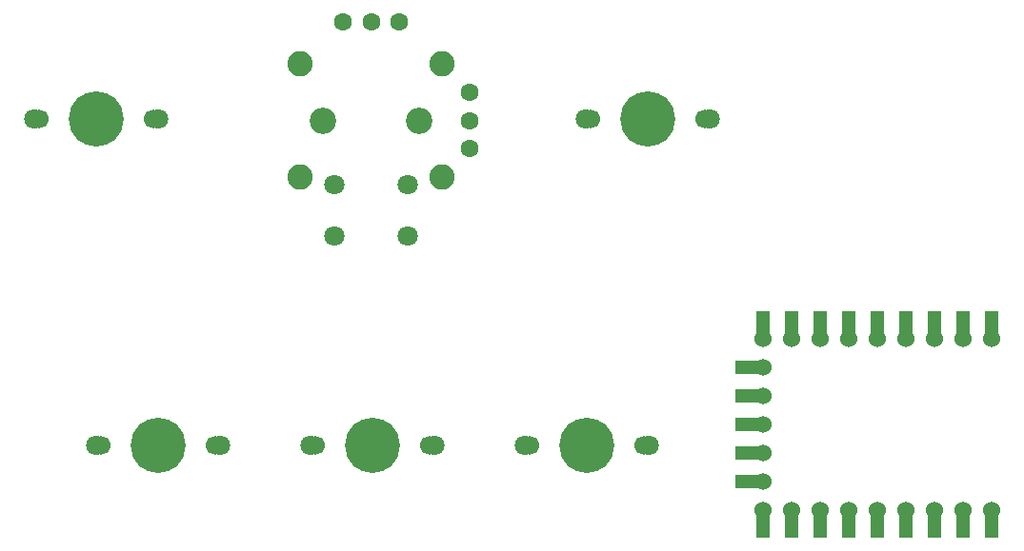
<source format=gbr>
%TF.GenerationSoftware,KiCad,Pcbnew,7.0.8*%
%TF.CreationDate,2024-01-07T19:03:19+09:00*%
%TF.ProjectId,coolpad29,636f6f6c-7061-4643-9239-2e6b69636164,rev?*%
%TF.SameCoordinates,Original*%
%TF.FileFunction,Soldermask,Top*%
%TF.FilePolarity,Negative*%
%FSLAX46Y46*%
G04 Gerber Fmt 4.6, Leading zero omitted, Abs format (unit mm)*
G04 Created by KiCad (PCBNEW 7.0.8) date 2024-01-07 19:03:19*
%MOMM*%
%LPD*%
G01*
G04 APERTURE LIST*
%ADD10C,2.250000*%
%ADD11C,2.350000*%
%ADD12C,1.600000*%
%ADD13C,1.800000*%
%ADD14C,1.700000*%
%ADD15C,4.900000*%
%ADD16C,1.524000*%
%ADD17R,1.200000X2.000000*%
%ADD18R,2.000000X1.200000*%
G04 APERTURE END LIST*
D10*
%TO.C,J1*%
X1275000Y-10470000D03*
X1275000Y-20470000D03*
D11*
X3300000Y-15470000D03*
X11900000Y-15470000D03*
D10*
X13925000Y-10470000D03*
X13925000Y-20470000D03*
D12*
X10100000Y-6740000D03*
X16330000Y-12970000D03*
X7600000Y-6740000D03*
X16330000Y-15470000D03*
D13*
X4350000Y-21220000D03*
X4350000Y-25720000D03*
D12*
X5100000Y-6740000D03*
D13*
X10850000Y-21220000D03*
X10850000Y-25720000D03*
D12*
X16330000Y-17970000D03*
%TD*%
D13*
%TO.C,SW2*%
X2250000Y-44340000D03*
D14*
X2670000Y-44340000D03*
D15*
X7750000Y-44340000D03*
D14*
X12830000Y-44340000D03*
D13*
X13250000Y-44340000D03*
%TD*%
%TO.C,SW1*%
X-16800000Y-44340000D03*
D14*
X-16380000Y-44340000D03*
D15*
X-11300000Y-44340000D03*
D14*
X-6220000Y-44340000D03*
D13*
X-5800000Y-44340000D03*
%TD*%
%TO.C,SW5*%
X26720000Y-15340000D03*
D14*
X27140000Y-15340000D03*
D15*
X32220000Y-15340000D03*
D14*
X37300000Y-15340000D03*
D13*
X37720000Y-15340000D03*
%TD*%
%TO.C,SW3*%
X21300000Y-44340000D03*
D14*
X21720000Y-44340000D03*
D15*
X26800000Y-44340000D03*
D14*
X31880000Y-44340000D03*
D13*
X32300000Y-44340000D03*
%TD*%
%TO.C,SW4*%
X-22320000Y-15340000D03*
D14*
X-21900000Y-15340000D03*
D15*
X-16820000Y-15340000D03*
D14*
X-11740000Y-15340000D03*
D13*
X-11320000Y-15340000D03*
%TD*%
D16*
%TO.C,U2*%
X62730000Y-50140000D03*
D17*
X62730000Y-51610000D03*
D16*
X60190000Y-50140000D03*
D17*
X60190000Y-51610000D03*
D16*
X57650000Y-50140000D03*
D17*
X57650000Y-51610000D03*
D16*
X55110000Y-50140000D03*
D17*
X55110000Y-51610000D03*
D16*
X52570000Y-50140000D03*
D17*
X52570000Y-51610000D03*
D16*
X50030000Y-50140000D03*
D17*
X50030000Y-51610000D03*
D16*
X47490000Y-50140000D03*
D17*
X47490000Y-51610000D03*
D16*
X44950000Y-50140000D03*
D17*
X44950000Y-51610000D03*
D16*
X42410000Y-50140000D03*
D17*
X42410000Y-51610000D03*
D16*
X42410000Y-47600000D03*
D18*
X40960000Y-47600000D03*
D16*
X42410000Y-45060000D03*
D18*
X40960000Y-45060000D03*
D16*
X42410000Y-42520000D03*
D18*
X40950000Y-42520000D03*
D16*
X42410000Y-39980000D03*
D18*
X40970000Y-39980000D03*
D16*
X42410000Y-37440000D03*
D18*
X40960000Y-37440000D03*
D17*
X42410000Y-33430000D03*
D16*
X42410000Y-34900000D03*
D17*
X44950000Y-33430000D03*
D16*
X44950000Y-34900000D03*
D17*
X47490000Y-33430000D03*
D16*
X47490000Y-34900000D03*
D17*
X50030000Y-33430000D03*
D16*
X50030000Y-34900000D03*
D17*
X52570000Y-33430000D03*
D16*
X52570000Y-34900000D03*
D17*
X55110000Y-33430000D03*
D16*
X55110000Y-34900000D03*
D17*
X57650000Y-33430000D03*
D16*
X57650000Y-34900000D03*
D17*
X60190000Y-33430000D03*
D16*
X60190000Y-34900000D03*
D17*
X62730000Y-33430000D03*
D16*
X62730000Y-34900000D03*
%TD*%
M02*

</source>
